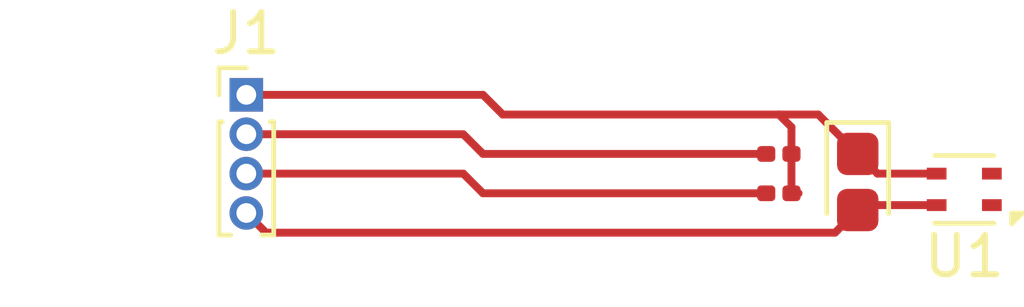
<source format=kicad_pcb>
(kicad_pcb (version 20240108) (generator "pcbnew") (generator_version "8.0")
  (layers (0 "F.Cu" signal) (31 "B.Cu" signal) (34 "B.Paste" user) (35 "F.Paste" user) (36 "B.SilkS" user "B.Silkscreen") (37 "F.SilkS" user "F.Silkscreen") (38 "B.Mask" user) (39 "F.Mask" user) (44 "Edge.Cuts" user))
  (net 0 "")
  (net 1 "/VDD")
  (net 2 "/GND")
  (net 3 "Net-(J1-Pin_2)")
  (net 4 "Net-(J1-Pin_3)")
  (footprint "Sensor_Humidity:Sensirion_DFN-4_1.5x1.5mm_P0.8mm_SHT4x_NoCentralPad" (layer "F.Cu") (at 140.7 92.9 180)
    (property "Reference" "U1" (at 0 -1.7 0) (layer "F.SilkS"))
    (property "Value" "SHT4x" (hide yes))
    (fp_line (start -0.75 0.86) (end 0.75 0.86) (stroke (width 0.12)) (layer "F.SilkS"))
    (fp_line (start -0.75 -0.86) (end 0.75 -0.86) (stroke (width 0.12)) (layer "F.SilkS"))
    (fp_poly (pts (xy -1.2 -0.6) (xy -1.48 -0.6) (xy -1.2 -0.88) (xy -1.2 -0.6)) (stroke (width 0.12)) (fill solid) (layer "F.SilkS"))
    (pad "1" smd rect (at -0.7 -0.4 180) (size 0.5 0.3) (layers "F.Cu" "F.Paste" "F.Mask") (net 4 "Net-(J1-Pin_3)"))
    (pad "2" smd rect (at -0.7 0.4 180) (size 0.5 0.3) (layers "F.Cu" "F.Paste" "F.Mask") (net 3 "Net-(J1-Pin_2)"))
    (pad "3" smd rect (at 0.7 0.4 180) (size 0.5 0.3) (layers "F.Cu" "F.Paste" "F.Mask") (net 1 "/VDD"))
    (pad "4" smd rect (at 0.7 -0.4 180) (size 0.5 0.3) (layers "F.Cu" "F.Paste" "F.Mask") (net 2 "/GND"))
  )
  (footprint "Capacitor_Tantalum_SMD:CP_EIA-1608-10_AVX-L" (layer "F.Cu") (at 138 92.7125 -90)
    (property "Reference" "C1" (hide yes))
    (property "Value" "100nF" (hide yes))
    (fp_line (start -1.51 0.785) (end 0.8 0.785) (stroke (width 0.12)) (layer "F.SilkS"))
    (fp_line (start -1.51 -0.785) (end -1.51 0.785) (stroke (width 0.12)) (layer "F.SilkS"))
    (fp_line (start 0.8 -0.785) (end -1.51 -0.785) (stroke (width 0.12)) (layer "F.SilkS"))
    (pad "1" smd roundrect (at -0.7125 0 270) (size 1.075 1.05) (layers "F.Cu" "F.Paste" "F.Mask") (roundrect_rratio 0.238095) (net 1 "/VDD"))
    (pad "2" smd roundrect (at 0.7125 0 270) (size 1.075 1.05) (layers "F.Cu" "F.Paste" "F.Mask") (roundrect_rratio 0.238095) (net 2 "/GND"))
  )
  (footprint "Connector_PinHeader_1.00mm:PinHeader_1x04_P1.00mm_Vertical" (layer "F.Cu") (at 122.5 90.5)
    (property "Reference" "J1" (at 0 -1.56 0) (layer "F.SilkS"))
    (property "Value" "Conn_01x04_Pin")
    (fp_line (start -0.695 -0.685) (end 0 -0.685) (stroke (width 0.12)) (layer "F.SilkS"))
    (fp_line (start -0.695 0) (end -0.695 -0.685) (stroke (width 0.12)) (layer "F.SilkS"))
    (fp_line (start -0.695 0.685) (end -0.695 3.56) (stroke (width 0.12)) (layer "F.SilkS"))
    (fp_line (start -0.695 0.685) (end -0.608276 0.685) (stroke (width 0.12)) (layer "F.SilkS"))
    (fp_line (start -0.695 3.56) (end -0.394493 3.56) (stroke (width 0.12)) (layer "F.SilkS"))
    (fp_line (start 0.394493 3.56) (end 0.695 3.56) (stroke (width 0.12)) (layer "F.SilkS"))
    (fp_line (start 0.608276 0.685) (end 0.695 0.685) (stroke (width 0.12)) (layer "F.SilkS"))
    (fp_line (start 0.695 0.685) (end 0.695 3.56) (stroke (width 0.12)) (layer "F.SilkS"))
    (pad "1" thru_hole rect (at 0 0) (size 0.85 0.85) (drill 0.5) (layers "*.Cu" "*.Mask") (net 1 "/VDD"))
    (pad "2" thru_hole oval (at 0 1) (size 0.85 0.85) (drill 0.5) (layers "*.Cu" "*.Mask") (net 3 "Net-(J1-Pin_2)"))
    (pad "3" thru_hole oval (at 0 2) (size 0.85 0.85) (drill 0.5) (layers "*.Cu" "*.Mask") (net 4 "Net-(J1-Pin_3)"))
    (pad "4" thru_hole oval (at 0 3) (size 0.85 0.85) (drill 0.5) (layers "*.Cu" "*.Mask") (net 2 "/GND"))
  )
  (footprint "Resistor_SMD:R_0201_0603Metric" (layer "F.Cu") (at 136 93 180)
    (property "Reference" "R2" (hide yes))
    (property "Value" "10k" (hide yes))
    (pad "1" smd roundrect (at -0.32 0 180) (size 0.46 0.4) (layers "F.Cu" "F.Mask") (net 1 "/VDD"))
    (pad "2" smd roundrect (at 0.32 0 180) (size 0.46 0.4) (layers "F.Cu" "F.Mask") (net 4 "Net-(J1-Pin_3)"))
  )
  (footprint "Resistor_SMD:R_0201_0603Metric" (layer "F.Cu") (at 136 92 180)
    (property "Reference" "R1" (hide yes))
    (property "Value" "10k" (hide yes))
    (pad "1" smd roundrect (at -0.32 0 180) (size 0.46 0.4) (layers "F.Cu" "F.Mask") (net 1 "/VDD"))
    (pad "2" smd roundrect (at 0.32 0 180) (size 0.46 0.4) (layers "F.Cu" "F.Mask") (net 3 "Net-(J1-Pin_2)"))
  )
  (segment (start 136.32 93) (end 136.5 93) (width 0.2) (layer "F.Cu") (net 1))
  (segment (start 136 91) (end 137 91) (width 0.2) (layer "F.Cu") (net 1))
  (segment (start 136.32 92) (end 136.32 91.32) (width 0.2) (layer "F.Cu") (net 1))
  (segment (start 138.5 92.5) (end 140 92.5) (width 0.2) (layer "F.Cu") (net 1))
  (segment (start 128.5 90.5) (end 122.5 90.5) (width 0.2) (layer "F.Cu") (net 1))
  (segment (start 137 91) (end 138 92) (width 0.2) (layer "F.Cu") (net 1))
  (segment (start 129 91) (end 128.5 90.5) (width 0.2) (layer "F.Cu") (net 1))
  (segment (start 136.32 91.32) (end 136 91) (width 0.2) (layer "F.Cu") (net 1))
  (segment (start 129 91) (end 136 91) (width 0.2) (layer "F.Cu") (net 1))
  (segment (start 136.32 92) (end 136.32 93) (width 0.2) (layer "F.Cu") (net 1))
  (segment (start 138 92) (end 138.5 92.5) (width 0.2) (layer "F.Cu") (net 1))
  (segment (start 122.5 93.5) (end 123 94) (width 0.2) (layer "F.Cu") (net 2))
  (segment (start 140 93.3) (end 138.125 93.3) (width 0.2) (layer "F.Cu") (net 2))
  (segment (start 123 94) (end 137.425 94) (width 0.2) (layer "F.Cu") (net 2))
  (segment (start 137.425 94) (end 138 93.425) (width 0.2) (layer "F.Cu") (net 2))
  (segment (start 138.125 93.3) (end 138 93.425) (width 0.2) (layer "F.Cu") (net 2))
  (segment (start 135.68 92) (end 128.5 92) (width 0.2) (layer "F.Cu") (net 3))
  (segment (start 128.5 92) (end 128 91.5) (width 0.2) (layer "F.Cu") (net 3))
  (segment (start 141.4 92.5) (end 141.5 92.5) (width 0.2) (layer "F.Cu") (net 3))
  (segment (start 128 91.5) (end 122.5 91.5) (width 0.2) (layer "F.Cu") (net 3))
  (segment (start 128.5 93) (end 135.68 93) (width 0.2) (layer "F.Cu") (net 4))
  (segment (start 128.5 93) (end 128 92.5) (width 0.2) (layer "F.Cu") (net 4))
  (segment (start 128 92.5) (end 122.5 92.5) (width 0.2) (layer "F.Cu") (net 4))
)
</source>
